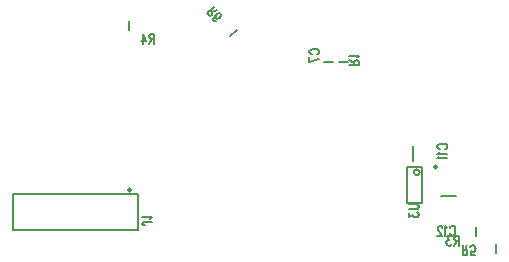
<source format=gbo>
*
*
G04 PADS 9.3.1 Build Number: 456998 generated Gerber (RS-274-X) file*
G04 PC Version=2.1*
*
%IN "avago_ssi_rev1.pcb"*%
*
%MOIN*%
*
%FSLAX35Y35*%
*
*
*
*
G04 PC Standard Apertures*
*
*
G04 Thermal Relief Aperture macro.*
%AMTER*
1,1,$1,0,0*
1,0,$1-$2,0,0*
21,0,$3,$4,0,0,45*
21,0,$3,$4,0,0,135*
%
*
*
G04 Annular Aperture macro.*
%AMANN*
1,1,$1,0,0*
1,0,$2,0,0*
%
*
*
G04 Odd Aperture macro.*
%AMODD*
1,1,$1,0,0*
1,0,$1-0.005,0,0*
%
*
*
G04 PC Custom Aperture Macros*
*
*
*
*
*
*
G04 PC Aperture Table*
*
%ADD010C,0.001*%
%ADD013C,0.00787*%
%ADD019C,0.01*%
%ADD041C,0.005*%
*
*
*
*
G04 PC Circuitry*
G04 Layer Name avago_ssi_rev1.pcb - circuitry*
%LPD*%
*
*
G04 PC Custom Flashes*
G04 Layer Name avago_ssi_rev1.pcb - flashes*
%LPD*%
*
*
G04 PC Circuitry*
G04 Layer Name avago_ssi_rev1.pcb - circuitry*
%LPD*%
*
G54D10*
G54D13*
G01X20243Y124689D02*
Y136893D01*
X61817*
Y124689*
X20243*
X131854Y180921D02*
X128854D01*
X123929Y180843D02*
X126929D01*
X156500Y145898D02*
Y133898D01*
X151500*
Y145898*
X156500*
X174335Y123000D02*
Y126000D01*
X153504Y152957D02*
Y147957D01*
X162909Y136165D02*
X167909D01*
X58835Y191488D02*
Y194488D01*
X181126Y117185D02*
Y120185D01*
X92592Y189597D02*
X94785Y191644D01*
G54D19*
X59493Y138215D02*
G75*
G03X59493I-500J0D01*
G01X161500Y145898D02*
G03X161500I-500J0D01*
G54D41*
G01X155700Y144098D02*
G03X155700I-1000J0D01*
G01X66464Y127536D02*
X63964D01*
X63495Y127423*
X63339Y127309*
X63183Y127082*
Y126855*
X63339Y126627*
X63495Y126514*
X63964Y126400*
X64277*
X65839Y128559D02*
X65995Y128786D01*
X66464Y129127*
X63183*
X135442Y179745D02*
X132161D01*
X135442D02*
Y180768D01*
X135286Y181108*
X135129Y181222*
X134817Y181336*
X134504*
X134192Y181222*
X134036Y181108*
X133879Y180768*
Y179745*
Y180540D02*
X132161Y181336D01*
X134817Y182358D02*
X134973Y182586D01*
X135442Y182927*
X132161*
X119666Y183465D02*
X119354Y183579D01*
X119041Y183806*
X118885Y184033*
Y184488*
X119041Y184715*
X119354Y184943*
X119666Y185056*
X120135Y185170*
X120916*
X121385Y185056*
X121697Y184943*
X122010Y184715*
X122166Y184488*
Y184033*
X122010Y183806*
X121697Y183579*
X121385Y183465*
X118885Y180852D02*
X122166Y181988D01*
X118885Y182443D02*
Y180852D01*
X152173Y133387D02*
X154516D01*
X154985Y133273*
X155298Y133046*
X155454Y132705*
Y132477*
X155298Y132137*
X154985Y131909*
X154516Y131796*
X152173*
Y130546D02*
Y129296D01*
X153423Y129977*
Y129637*
X153579Y129409*
X153735Y129296*
X154204Y129182*
X154516*
X154985Y129296*
X155298Y129523*
X155454Y129864*
Y130205*
X155298Y130546*
X155141Y130659*
X154829Y130773*
X168830Y122875D02*
Y119594D01*
Y122875D02*
X167807D01*
X167466Y122719*
X167352Y122563*
X167239Y122250*
Y121938*
X167352Y121625*
X167466Y121469*
X167807Y121313*
X168830*
X168034D02*
X167239Y119594D01*
X165989Y122875D02*
X164739D01*
X165420Y121625*
X165080*
X164852Y121469*
X164739Y121313*
X164625Y120844*
Y120531*
X164739Y120063*
X164966Y119750*
X165307Y119594*
X165648*
X165989Y119750*
X166102Y119906*
X166216Y120219*
X162333Y151880D02*
X162021Y151993D01*
X161708Y152221*
X161552Y152448*
Y152902*
X161708Y153130*
X162021Y153357*
X162333Y153471*
X162802Y153584*
X163583*
X164052Y153471*
X164365Y153357*
X164677Y153130*
X164833Y152902*
Y152448*
X164677Y152221*
X164365Y151993*
X164052Y151880*
X162177Y150857D02*
X162021Y150630D01*
X161552Y150289*
X164833*
X162177Y149266D02*
X162021Y149039D01*
X161552Y148698*
X164833*
X165841Y125406D02*
X165955Y125719D01*
X166182Y126031*
X166409Y126187*
X166409D02*
X166864D01*
X166864D02*
X167091Y126031D01*
X167318Y125719*
X167432Y125406*
X167545Y124937*
X167545D02*
Y124156D01*
X167432Y123687*
X167432D02*
X167318Y123375D01*
X167091Y123062*
X167091D02*
X166864Y122906D01*
X166409*
X166182Y123062*
X166182D02*
X165955Y123375D01*
X165841Y123687*
X164818Y125562D02*
X164591Y125719D01*
X164250Y126187*
X164250D02*
Y122906D01*
X163114Y125406D02*
Y125562D01*
X163114D02*
X163000Y125875D01*
X162886Y126031*
X162659Y126187*
X162659D02*
X162205D01*
X162205D02*
X161977Y126031D01*
X161864Y125875*
X161750Y125562*
X161750D02*
Y125250D01*
X161864Y124937*
X161864D02*
X162091Y124469D01*
X163227Y122906*
X161636*
X67159Y190187D02*
Y186906D01*
Y190187D02*
X66136D01*
X66136D02*
X65795Y190031D01*
X65682Y189875*
X65568Y189562*
X65568D02*
Y189250D01*
X65682Y188937*
X65682D02*
X65795Y188781D01*
X66136Y188625*
X67159*
X66364D02*
X65568Y186906D01*
X63409Y190187D02*
X64545Y188000D01*
X62841*
X63409Y190187D02*
Y186906D01*
X170014Y116504D02*
Y119785D01*
Y116504D02*
X171037D01*
X171378Y116660*
X171491Y116816*
X171605Y117129*
Y117441*
X171491Y117754*
X171378Y117910*
X171037Y118066*
X170014*
X170809D02*
X171605Y119785D01*
X174105Y116504D02*
X172968D01*
X172855Y117910*
X172968Y117754*
X173309Y117598*
X173650*
X173991Y117754*
X174218Y118066*
X174332Y118535*
X174218Y118848*
X174105Y119316*
X173878Y119629*
X173537Y119785*
X173196*
X172855Y119629*
X172741Y119473*
X172628Y119160*
X84668Y197093D02*
X87068Y199331D01*
X84668Y197093D02*
X85366Y196345D01*
X85712Y196202*
X85904Y196226*
X86210Y196356*
X86439Y196569*
X86590Y196865*
X86627Y197055*
X86508Y197411*
X85811Y198159*
X86353Y197577D02*
X88153Y198167D01*
X87723Y194504D02*
X87417Y194374D01*
X87071Y194517*
X86916Y194683*
X86797Y195039*
X86985Y195525*
X87479Y196140*
X88050Y196673*
X88585Y197016*
X88969Y197063*
X89315Y196921*
X89393Y196837*
X89511Y196482*
X89438Y196102*
X89172Y195699*
X89058Y195593*
X88638Y195356*
X88254Y195309*
X87907Y195452*
X87830Y195535*
X87712Y195891*
X87785Y196271*
X88050Y196673*
G74*
X0Y0D02*
M02*

</source>
